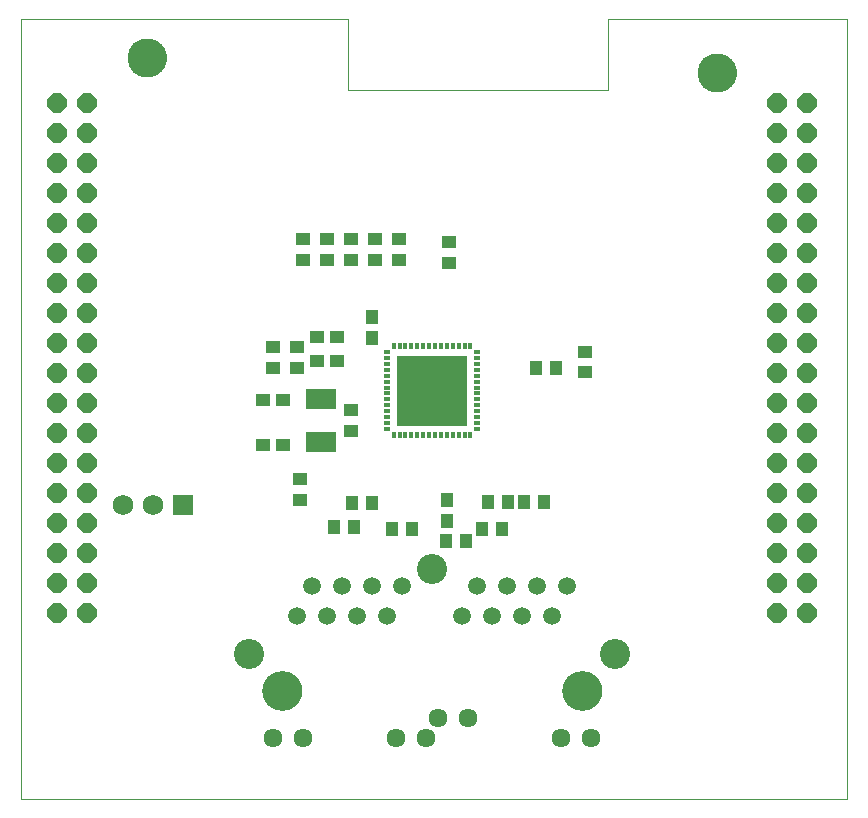
<source format=gts>
G75*
%MOIN*%
%OFA0B0*%
%FSLAX25Y25*%
%IPPOS*%
%LPD*%
%AMOC8*
5,1,8,0,0,1.08239X$1,22.5*
%
%ADD10C,0.00000*%
%ADD11C,0.12998*%
%ADD12R,0.04731X0.04337*%
%ADD13R,0.04337X0.04731*%
%ADD14R,0.06900X0.06900*%
%ADD15C,0.06900*%
%ADD16OC8,0.06400*%
%ADD17R,0.02362X0.01181*%
%ADD18R,0.01181X0.02362*%
%ADD19R,0.23228X0.23228*%
%ADD20C,0.13195*%
%ADD21C,0.05943*%
%ADD22C,0.06337*%
%ADD23C,0.10026*%
%ADD24R,0.09849X0.07093*%
D10*
X0010074Y0008163D02*
X0010074Y0268006D01*
X0119129Y0268006D01*
X0119129Y0244384D01*
X0205743Y0244384D01*
X0205743Y0268006D01*
X0285665Y0268006D01*
X0285665Y0008163D01*
X0010074Y0008163D01*
X0090802Y0044163D02*
X0090804Y0044323D01*
X0090810Y0044482D01*
X0090820Y0044641D01*
X0090834Y0044800D01*
X0090852Y0044959D01*
X0090873Y0045117D01*
X0090899Y0045274D01*
X0090929Y0045431D01*
X0090962Y0045587D01*
X0091000Y0045742D01*
X0091041Y0045896D01*
X0091086Y0046049D01*
X0091135Y0046201D01*
X0091188Y0046351D01*
X0091244Y0046500D01*
X0091304Y0046648D01*
X0091368Y0046794D01*
X0091436Y0046939D01*
X0091507Y0047082D01*
X0091581Y0047223D01*
X0091659Y0047362D01*
X0091741Y0047499D01*
X0091826Y0047634D01*
X0091914Y0047767D01*
X0092005Y0047898D01*
X0092100Y0048026D01*
X0092198Y0048152D01*
X0092299Y0048276D01*
X0092403Y0048396D01*
X0092510Y0048515D01*
X0092620Y0048630D01*
X0092733Y0048743D01*
X0092848Y0048853D01*
X0092967Y0048960D01*
X0093087Y0049064D01*
X0093211Y0049165D01*
X0093337Y0049263D01*
X0093465Y0049358D01*
X0093596Y0049449D01*
X0093729Y0049537D01*
X0093864Y0049622D01*
X0094001Y0049704D01*
X0094140Y0049782D01*
X0094281Y0049856D01*
X0094424Y0049927D01*
X0094569Y0049995D01*
X0094715Y0050059D01*
X0094863Y0050119D01*
X0095012Y0050175D01*
X0095162Y0050228D01*
X0095314Y0050277D01*
X0095467Y0050322D01*
X0095621Y0050363D01*
X0095776Y0050401D01*
X0095932Y0050434D01*
X0096089Y0050464D01*
X0096246Y0050490D01*
X0096404Y0050511D01*
X0096563Y0050529D01*
X0096722Y0050543D01*
X0096881Y0050553D01*
X0097040Y0050559D01*
X0097200Y0050561D01*
X0097360Y0050559D01*
X0097519Y0050553D01*
X0097678Y0050543D01*
X0097837Y0050529D01*
X0097996Y0050511D01*
X0098154Y0050490D01*
X0098311Y0050464D01*
X0098468Y0050434D01*
X0098624Y0050401D01*
X0098779Y0050363D01*
X0098933Y0050322D01*
X0099086Y0050277D01*
X0099238Y0050228D01*
X0099388Y0050175D01*
X0099537Y0050119D01*
X0099685Y0050059D01*
X0099831Y0049995D01*
X0099976Y0049927D01*
X0100119Y0049856D01*
X0100260Y0049782D01*
X0100399Y0049704D01*
X0100536Y0049622D01*
X0100671Y0049537D01*
X0100804Y0049449D01*
X0100935Y0049358D01*
X0101063Y0049263D01*
X0101189Y0049165D01*
X0101313Y0049064D01*
X0101433Y0048960D01*
X0101552Y0048853D01*
X0101667Y0048743D01*
X0101780Y0048630D01*
X0101890Y0048515D01*
X0101997Y0048396D01*
X0102101Y0048276D01*
X0102202Y0048152D01*
X0102300Y0048026D01*
X0102395Y0047898D01*
X0102486Y0047767D01*
X0102574Y0047634D01*
X0102659Y0047499D01*
X0102741Y0047362D01*
X0102819Y0047223D01*
X0102893Y0047082D01*
X0102964Y0046939D01*
X0103032Y0046794D01*
X0103096Y0046648D01*
X0103156Y0046500D01*
X0103212Y0046351D01*
X0103265Y0046201D01*
X0103314Y0046049D01*
X0103359Y0045896D01*
X0103400Y0045742D01*
X0103438Y0045587D01*
X0103471Y0045431D01*
X0103501Y0045274D01*
X0103527Y0045117D01*
X0103548Y0044959D01*
X0103566Y0044800D01*
X0103580Y0044641D01*
X0103590Y0044482D01*
X0103596Y0044323D01*
X0103598Y0044163D01*
X0103596Y0044003D01*
X0103590Y0043844D01*
X0103580Y0043685D01*
X0103566Y0043526D01*
X0103548Y0043367D01*
X0103527Y0043209D01*
X0103501Y0043052D01*
X0103471Y0042895D01*
X0103438Y0042739D01*
X0103400Y0042584D01*
X0103359Y0042430D01*
X0103314Y0042277D01*
X0103265Y0042125D01*
X0103212Y0041975D01*
X0103156Y0041826D01*
X0103096Y0041678D01*
X0103032Y0041532D01*
X0102964Y0041387D01*
X0102893Y0041244D01*
X0102819Y0041103D01*
X0102741Y0040964D01*
X0102659Y0040827D01*
X0102574Y0040692D01*
X0102486Y0040559D01*
X0102395Y0040428D01*
X0102300Y0040300D01*
X0102202Y0040174D01*
X0102101Y0040050D01*
X0101997Y0039930D01*
X0101890Y0039811D01*
X0101780Y0039696D01*
X0101667Y0039583D01*
X0101552Y0039473D01*
X0101433Y0039366D01*
X0101313Y0039262D01*
X0101189Y0039161D01*
X0101063Y0039063D01*
X0100935Y0038968D01*
X0100804Y0038877D01*
X0100671Y0038789D01*
X0100536Y0038704D01*
X0100399Y0038622D01*
X0100260Y0038544D01*
X0100119Y0038470D01*
X0099976Y0038399D01*
X0099831Y0038331D01*
X0099685Y0038267D01*
X0099537Y0038207D01*
X0099388Y0038151D01*
X0099238Y0038098D01*
X0099086Y0038049D01*
X0098933Y0038004D01*
X0098779Y0037963D01*
X0098624Y0037925D01*
X0098468Y0037892D01*
X0098311Y0037862D01*
X0098154Y0037836D01*
X0097996Y0037815D01*
X0097837Y0037797D01*
X0097678Y0037783D01*
X0097519Y0037773D01*
X0097360Y0037767D01*
X0097200Y0037765D01*
X0097040Y0037767D01*
X0096881Y0037773D01*
X0096722Y0037783D01*
X0096563Y0037797D01*
X0096404Y0037815D01*
X0096246Y0037836D01*
X0096089Y0037862D01*
X0095932Y0037892D01*
X0095776Y0037925D01*
X0095621Y0037963D01*
X0095467Y0038004D01*
X0095314Y0038049D01*
X0095162Y0038098D01*
X0095012Y0038151D01*
X0094863Y0038207D01*
X0094715Y0038267D01*
X0094569Y0038331D01*
X0094424Y0038399D01*
X0094281Y0038470D01*
X0094140Y0038544D01*
X0094001Y0038622D01*
X0093864Y0038704D01*
X0093729Y0038789D01*
X0093596Y0038877D01*
X0093465Y0038968D01*
X0093337Y0039063D01*
X0093211Y0039161D01*
X0093087Y0039262D01*
X0092967Y0039366D01*
X0092848Y0039473D01*
X0092733Y0039583D01*
X0092620Y0039696D01*
X0092510Y0039811D01*
X0092403Y0039930D01*
X0092299Y0040050D01*
X0092198Y0040174D01*
X0092100Y0040300D01*
X0092005Y0040428D01*
X0091914Y0040559D01*
X0091826Y0040692D01*
X0091741Y0040827D01*
X0091659Y0040964D01*
X0091581Y0041103D01*
X0091507Y0041244D01*
X0091436Y0041387D01*
X0091368Y0041532D01*
X0091304Y0041678D01*
X0091244Y0041826D01*
X0091188Y0041975D01*
X0091135Y0042125D01*
X0091086Y0042277D01*
X0091041Y0042430D01*
X0091000Y0042584D01*
X0090962Y0042739D01*
X0090929Y0042895D01*
X0090899Y0043052D01*
X0090873Y0043209D01*
X0090852Y0043367D01*
X0090834Y0043526D01*
X0090820Y0043685D01*
X0090810Y0043844D01*
X0090804Y0044003D01*
X0090802Y0044163D01*
X0190802Y0044163D02*
X0190804Y0044323D01*
X0190810Y0044482D01*
X0190820Y0044641D01*
X0190834Y0044800D01*
X0190852Y0044959D01*
X0190873Y0045117D01*
X0190899Y0045274D01*
X0190929Y0045431D01*
X0190962Y0045587D01*
X0191000Y0045742D01*
X0191041Y0045896D01*
X0191086Y0046049D01*
X0191135Y0046201D01*
X0191188Y0046351D01*
X0191244Y0046500D01*
X0191304Y0046648D01*
X0191368Y0046794D01*
X0191436Y0046939D01*
X0191507Y0047082D01*
X0191581Y0047223D01*
X0191659Y0047362D01*
X0191741Y0047499D01*
X0191826Y0047634D01*
X0191914Y0047767D01*
X0192005Y0047898D01*
X0192100Y0048026D01*
X0192198Y0048152D01*
X0192299Y0048276D01*
X0192403Y0048396D01*
X0192510Y0048515D01*
X0192620Y0048630D01*
X0192733Y0048743D01*
X0192848Y0048853D01*
X0192967Y0048960D01*
X0193087Y0049064D01*
X0193211Y0049165D01*
X0193337Y0049263D01*
X0193465Y0049358D01*
X0193596Y0049449D01*
X0193729Y0049537D01*
X0193864Y0049622D01*
X0194001Y0049704D01*
X0194140Y0049782D01*
X0194281Y0049856D01*
X0194424Y0049927D01*
X0194569Y0049995D01*
X0194715Y0050059D01*
X0194863Y0050119D01*
X0195012Y0050175D01*
X0195162Y0050228D01*
X0195314Y0050277D01*
X0195467Y0050322D01*
X0195621Y0050363D01*
X0195776Y0050401D01*
X0195932Y0050434D01*
X0196089Y0050464D01*
X0196246Y0050490D01*
X0196404Y0050511D01*
X0196563Y0050529D01*
X0196722Y0050543D01*
X0196881Y0050553D01*
X0197040Y0050559D01*
X0197200Y0050561D01*
X0197360Y0050559D01*
X0197519Y0050553D01*
X0197678Y0050543D01*
X0197837Y0050529D01*
X0197996Y0050511D01*
X0198154Y0050490D01*
X0198311Y0050464D01*
X0198468Y0050434D01*
X0198624Y0050401D01*
X0198779Y0050363D01*
X0198933Y0050322D01*
X0199086Y0050277D01*
X0199238Y0050228D01*
X0199388Y0050175D01*
X0199537Y0050119D01*
X0199685Y0050059D01*
X0199831Y0049995D01*
X0199976Y0049927D01*
X0200119Y0049856D01*
X0200260Y0049782D01*
X0200399Y0049704D01*
X0200536Y0049622D01*
X0200671Y0049537D01*
X0200804Y0049449D01*
X0200935Y0049358D01*
X0201063Y0049263D01*
X0201189Y0049165D01*
X0201313Y0049064D01*
X0201433Y0048960D01*
X0201552Y0048853D01*
X0201667Y0048743D01*
X0201780Y0048630D01*
X0201890Y0048515D01*
X0201997Y0048396D01*
X0202101Y0048276D01*
X0202202Y0048152D01*
X0202300Y0048026D01*
X0202395Y0047898D01*
X0202486Y0047767D01*
X0202574Y0047634D01*
X0202659Y0047499D01*
X0202741Y0047362D01*
X0202819Y0047223D01*
X0202893Y0047082D01*
X0202964Y0046939D01*
X0203032Y0046794D01*
X0203096Y0046648D01*
X0203156Y0046500D01*
X0203212Y0046351D01*
X0203265Y0046201D01*
X0203314Y0046049D01*
X0203359Y0045896D01*
X0203400Y0045742D01*
X0203438Y0045587D01*
X0203471Y0045431D01*
X0203501Y0045274D01*
X0203527Y0045117D01*
X0203548Y0044959D01*
X0203566Y0044800D01*
X0203580Y0044641D01*
X0203590Y0044482D01*
X0203596Y0044323D01*
X0203598Y0044163D01*
X0203596Y0044003D01*
X0203590Y0043844D01*
X0203580Y0043685D01*
X0203566Y0043526D01*
X0203548Y0043367D01*
X0203527Y0043209D01*
X0203501Y0043052D01*
X0203471Y0042895D01*
X0203438Y0042739D01*
X0203400Y0042584D01*
X0203359Y0042430D01*
X0203314Y0042277D01*
X0203265Y0042125D01*
X0203212Y0041975D01*
X0203156Y0041826D01*
X0203096Y0041678D01*
X0203032Y0041532D01*
X0202964Y0041387D01*
X0202893Y0041244D01*
X0202819Y0041103D01*
X0202741Y0040964D01*
X0202659Y0040827D01*
X0202574Y0040692D01*
X0202486Y0040559D01*
X0202395Y0040428D01*
X0202300Y0040300D01*
X0202202Y0040174D01*
X0202101Y0040050D01*
X0201997Y0039930D01*
X0201890Y0039811D01*
X0201780Y0039696D01*
X0201667Y0039583D01*
X0201552Y0039473D01*
X0201433Y0039366D01*
X0201313Y0039262D01*
X0201189Y0039161D01*
X0201063Y0039063D01*
X0200935Y0038968D01*
X0200804Y0038877D01*
X0200671Y0038789D01*
X0200536Y0038704D01*
X0200399Y0038622D01*
X0200260Y0038544D01*
X0200119Y0038470D01*
X0199976Y0038399D01*
X0199831Y0038331D01*
X0199685Y0038267D01*
X0199537Y0038207D01*
X0199388Y0038151D01*
X0199238Y0038098D01*
X0199086Y0038049D01*
X0198933Y0038004D01*
X0198779Y0037963D01*
X0198624Y0037925D01*
X0198468Y0037892D01*
X0198311Y0037862D01*
X0198154Y0037836D01*
X0197996Y0037815D01*
X0197837Y0037797D01*
X0197678Y0037783D01*
X0197519Y0037773D01*
X0197360Y0037767D01*
X0197200Y0037765D01*
X0197040Y0037767D01*
X0196881Y0037773D01*
X0196722Y0037783D01*
X0196563Y0037797D01*
X0196404Y0037815D01*
X0196246Y0037836D01*
X0196089Y0037862D01*
X0195932Y0037892D01*
X0195776Y0037925D01*
X0195621Y0037963D01*
X0195467Y0038004D01*
X0195314Y0038049D01*
X0195162Y0038098D01*
X0195012Y0038151D01*
X0194863Y0038207D01*
X0194715Y0038267D01*
X0194569Y0038331D01*
X0194424Y0038399D01*
X0194281Y0038470D01*
X0194140Y0038544D01*
X0194001Y0038622D01*
X0193864Y0038704D01*
X0193729Y0038789D01*
X0193596Y0038877D01*
X0193465Y0038968D01*
X0193337Y0039063D01*
X0193211Y0039161D01*
X0193087Y0039262D01*
X0192967Y0039366D01*
X0192848Y0039473D01*
X0192733Y0039583D01*
X0192620Y0039696D01*
X0192510Y0039811D01*
X0192403Y0039930D01*
X0192299Y0040050D01*
X0192198Y0040174D01*
X0192100Y0040300D01*
X0192005Y0040428D01*
X0191914Y0040559D01*
X0191826Y0040692D01*
X0191741Y0040827D01*
X0191659Y0040964D01*
X0191581Y0041103D01*
X0191507Y0041244D01*
X0191436Y0041387D01*
X0191368Y0041532D01*
X0191304Y0041678D01*
X0191244Y0041826D01*
X0191188Y0041975D01*
X0191135Y0042125D01*
X0191086Y0042277D01*
X0191041Y0042430D01*
X0191000Y0042584D01*
X0190962Y0042739D01*
X0190929Y0042895D01*
X0190899Y0043052D01*
X0190873Y0043209D01*
X0190852Y0043367D01*
X0190834Y0043526D01*
X0190820Y0043685D01*
X0190810Y0043844D01*
X0190804Y0044003D01*
X0190802Y0044163D01*
X0235901Y0250163D02*
X0235903Y0250321D01*
X0235909Y0250479D01*
X0235919Y0250637D01*
X0235933Y0250795D01*
X0235951Y0250952D01*
X0235972Y0251109D01*
X0235998Y0251265D01*
X0236028Y0251421D01*
X0236061Y0251576D01*
X0236099Y0251729D01*
X0236140Y0251882D01*
X0236185Y0252034D01*
X0236234Y0252185D01*
X0236287Y0252334D01*
X0236343Y0252482D01*
X0236403Y0252628D01*
X0236467Y0252773D01*
X0236535Y0252916D01*
X0236606Y0253058D01*
X0236680Y0253198D01*
X0236758Y0253335D01*
X0236840Y0253471D01*
X0236924Y0253605D01*
X0237013Y0253736D01*
X0237104Y0253865D01*
X0237199Y0253992D01*
X0237296Y0254117D01*
X0237397Y0254239D01*
X0237501Y0254358D01*
X0237608Y0254475D01*
X0237718Y0254589D01*
X0237831Y0254700D01*
X0237946Y0254809D01*
X0238064Y0254914D01*
X0238185Y0255016D01*
X0238308Y0255116D01*
X0238434Y0255212D01*
X0238562Y0255305D01*
X0238692Y0255395D01*
X0238825Y0255481D01*
X0238960Y0255565D01*
X0239096Y0255644D01*
X0239235Y0255721D01*
X0239376Y0255793D01*
X0239518Y0255863D01*
X0239662Y0255928D01*
X0239808Y0255990D01*
X0239955Y0256048D01*
X0240104Y0256103D01*
X0240254Y0256154D01*
X0240405Y0256201D01*
X0240557Y0256244D01*
X0240710Y0256283D01*
X0240865Y0256319D01*
X0241020Y0256350D01*
X0241176Y0256378D01*
X0241332Y0256402D01*
X0241489Y0256422D01*
X0241647Y0256438D01*
X0241804Y0256450D01*
X0241963Y0256458D01*
X0242121Y0256462D01*
X0242279Y0256462D01*
X0242437Y0256458D01*
X0242596Y0256450D01*
X0242753Y0256438D01*
X0242911Y0256422D01*
X0243068Y0256402D01*
X0243224Y0256378D01*
X0243380Y0256350D01*
X0243535Y0256319D01*
X0243690Y0256283D01*
X0243843Y0256244D01*
X0243995Y0256201D01*
X0244146Y0256154D01*
X0244296Y0256103D01*
X0244445Y0256048D01*
X0244592Y0255990D01*
X0244738Y0255928D01*
X0244882Y0255863D01*
X0245024Y0255793D01*
X0245165Y0255721D01*
X0245304Y0255644D01*
X0245440Y0255565D01*
X0245575Y0255481D01*
X0245708Y0255395D01*
X0245838Y0255305D01*
X0245966Y0255212D01*
X0246092Y0255116D01*
X0246215Y0255016D01*
X0246336Y0254914D01*
X0246454Y0254809D01*
X0246569Y0254700D01*
X0246682Y0254589D01*
X0246792Y0254475D01*
X0246899Y0254358D01*
X0247003Y0254239D01*
X0247104Y0254117D01*
X0247201Y0253992D01*
X0247296Y0253865D01*
X0247387Y0253736D01*
X0247476Y0253605D01*
X0247560Y0253471D01*
X0247642Y0253335D01*
X0247720Y0253198D01*
X0247794Y0253058D01*
X0247865Y0252916D01*
X0247933Y0252773D01*
X0247997Y0252628D01*
X0248057Y0252482D01*
X0248113Y0252334D01*
X0248166Y0252185D01*
X0248215Y0252034D01*
X0248260Y0251882D01*
X0248301Y0251729D01*
X0248339Y0251576D01*
X0248372Y0251421D01*
X0248402Y0251265D01*
X0248428Y0251109D01*
X0248449Y0250952D01*
X0248467Y0250795D01*
X0248481Y0250637D01*
X0248491Y0250479D01*
X0248497Y0250321D01*
X0248499Y0250163D01*
X0248497Y0250005D01*
X0248491Y0249847D01*
X0248481Y0249689D01*
X0248467Y0249531D01*
X0248449Y0249374D01*
X0248428Y0249217D01*
X0248402Y0249061D01*
X0248372Y0248905D01*
X0248339Y0248750D01*
X0248301Y0248597D01*
X0248260Y0248444D01*
X0248215Y0248292D01*
X0248166Y0248141D01*
X0248113Y0247992D01*
X0248057Y0247844D01*
X0247997Y0247698D01*
X0247933Y0247553D01*
X0247865Y0247410D01*
X0247794Y0247268D01*
X0247720Y0247128D01*
X0247642Y0246991D01*
X0247560Y0246855D01*
X0247476Y0246721D01*
X0247387Y0246590D01*
X0247296Y0246461D01*
X0247201Y0246334D01*
X0247104Y0246209D01*
X0247003Y0246087D01*
X0246899Y0245968D01*
X0246792Y0245851D01*
X0246682Y0245737D01*
X0246569Y0245626D01*
X0246454Y0245517D01*
X0246336Y0245412D01*
X0246215Y0245310D01*
X0246092Y0245210D01*
X0245966Y0245114D01*
X0245838Y0245021D01*
X0245708Y0244931D01*
X0245575Y0244845D01*
X0245440Y0244761D01*
X0245304Y0244682D01*
X0245165Y0244605D01*
X0245024Y0244533D01*
X0244882Y0244463D01*
X0244738Y0244398D01*
X0244592Y0244336D01*
X0244445Y0244278D01*
X0244296Y0244223D01*
X0244146Y0244172D01*
X0243995Y0244125D01*
X0243843Y0244082D01*
X0243690Y0244043D01*
X0243535Y0244007D01*
X0243380Y0243976D01*
X0243224Y0243948D01*
X0243068Y0243924D01*
X0242911Y0243904D01*
X0242753Y0243888D01*
X0242596Y0243876D01*
X0242437Y0243868D01*
X0242279Y0243864D01*
X0242121Y0243864D01*
X0241963Y0243868D01*
X0241804Y0243876D01*
X0241647Y0243888D01*
X0241489Y0243904D01*
X0241332Y0243924D01*
X0241176Y0243948D01*
X0241020Y0243976D01*
X0240865Y0244007D01*
X0240710Y0244043D01*
X0240557Y0244082D01*
X0240405Y0244125D01*
X0240254Y0244172D01*
X0240104Y0244223D01*
X0239955Y0244278D01*
X0239808Y0244336D01*
X0239662Y0244398D01*
X0239518Y0244463D01*
X0239376Y0244533D01*
X0239235Y0244605D01*
X0239096Y0244682D01*
X0238960Y0244761D01*
X0238825Y0244845D01*
X0238692Y0244931D01*
X0238562Y0245021D01*
X0238434Y0245114D01*
X0238308Y0245210D01*
X0238185Y0245310D01*
X0238064Y0245412D01*
X0237946Y0245517D01*
X0237831Y0245626D01*
X0237718Y0245737D01*
X0237608Y0245851D01*
X0237501Y0245968D01*
X0237397Y0246087D01*
X0237296Y0246209D01*
X0237199Y0246334D01*
X0237104Y0246461D01*
X0237013Y0246590D01*
X0236924Y0246721D01*
X0236840Y0246855D01*
X0236758Y0246991D01*
X0236680Y0247128D01*
X0236606Y0247268D01*
X0236535Y0247410D01*
X0236467Y0247553D01*
X0236403Y0247698D01*
X0236343Y0247844D01*
X0236287Y0247992D01*
X0236234Y0248141D01*
X0236185Y0248292D01*
X0236140Y0248444D01*
X0236099Y0248597D01*
X0236061Y0248750D01*
X0236028Y0248905D01*
X0235998Y0249061D01*
X0235972Y0249217D01*
X0235951Y0249374D01*
X0235933Y0249531D01*
X0235919Y0249689D01*
X0235909Y0249847D01*
X0235903Y0250005D01*
X0235901Y0250163D01*
X0045901Y0255163D02*
X0045903Y0255321D01*
X0045909Y0255479D01*
X0045919Y0255637D01*
X0045933Y0255795D01*
X0045951Y0255952D01*
X0045972Y0256109D01*
X0045998Y0256265D01*
X0046028Y0256421D01*
X0046061Y0256576D01*
X0046099Y0256729D01*
X0046140Y0256882D01*
X0046185Y0257034D01*
X0046234Y0257185D01*
X0046287Y0257334D01*
X0046343Y0257482D01*
X0046403Y0257628D01*
X0046467Y0257773D01*
X0046535Y0257916D01*
X0046606Y0258058D01*
X0046680Y0258198D01*
X0046758Y0258335D01*
X0046840Y0258471D01*
X0046924Y0258605D01*
X0047013Y0258736D01*
X0047104Y0258865D01*
X0047199Y0258992D01*
X0047296Y0259117D01*
X0047397Y0259239D01*
X0047501Y0259358D01*
X0047608Y0259475D01*
X0047718Y0259589D01*
X0047831Y0259700D01*
X0047946Y0259809D01*
X0048064Y0259914D01*
X0048185Y0260016D01*
X0048308Y0260116D01*
X0048434Y0260212D01*
X0048562Y0260305D01*
X0048692Y0260395D01*
X0048825Y0260481D01*
X0048960Y0260565D01*
X0049096Y0260644D01*
X0049235Y0260721D01*
X0049376Y0260793D01*
X0049518Y0260863D01*
X0049662Y0260928D01*
X0049808Y0260990D01*
X0049955Y0261048D01*
X0050104Y0261103D01*
X0050254Y0261154D01*
X0050405Y0261201D01*
X0050557Y0261244D01*
X0050710Y0261283D01*
X0050865Y0261319D01*
X0051020Y0261350D01*
X0051176Y0261378D01*
X0051332Y0261402D01*
X0051489Y0261422D01*
X0051647Y0261438D01*
X0051804Y0261450D01*
X0051963Y0261458D01*
X0052121Y0261462D01*
X0052279Y0261462D01*
X0052437Y0261458D01*
X0052596Y0261450D01*
X0052753Y0261438D01*
X0052911Y0261422D01*
X0053068Y0261402D01*
X0053224Y0261378D01*
X0053380Y0261350D01*
X0053535Y0261319D01*
X0053690Y0261283D01*
X0053843Y0261244D01*
X0053995Y0261201D01*
X0054146Y0261154D01*
X0054296Y0261103D01*
X0054445Y0261048D01*
X0054592Y0260990D01*
X0054738Y0260928D01*
X0054882Y0260863D01*
X0055024Y0260793D01*
X0055165Y0260721D01*
X0055304Y0260644D01*
X0055440Y0260565D01*
X0055575Y0260481D01*
X0055708Y0260395D01*
X0055838Y0260305D01*
X0055966Y0260212D01*
X0056092Y0260116D01*
X0056215Y0260016D01*
X0056336Y0259914D01*
X0056454Y0259809D01*
X0056569Y0259700D01*
X0056682Y0259589D01*
X0056792Y0259475D01*
X0056899Y0259358D01*
X0057003Y0259239D01*
X0057104Y0259117D01*
X0057201Y0258992D01*
X0057296Y0258865D01*
X0057387Y0258736D01*
X0057476Y0258605D01*
X0057560Y0258471D01*
X0057642Y0258335D01*
X0057720Y0258198D01*
X0057794Y0258058D01*
X0057865Y0257916D01*
X0057933Y0257773D01*
X0057997Y0257628D01*
X0058057Y0257482D01*
X0058113Y0257334D01*
X0058166Y0257185D01*
X0058215Y0257034D01*
X0058260Y0256882D01*
X0058301Y0256729D01*
X0058339Y0256576D01*
X0058372Y0256421D01*
X0058402Y0256265D01*
X0058428Y0256109D01*
X0058449Y0255952D01*
X0058467Y0255795D01*
X0058481Y0255637D01*
X0058491Y0255479D01*
X0058497Y0255321D01*
X0058499Y0255163D01*
X0058497Y0255005D01*
X0058491Y0254847D01*
X0058481Y0254689D01*
X0058467Y0254531D01*
X0058449Y0254374D01*
X0058428Y0254217D01*
X0058402Y0254061D01*
X0058372Y0253905D01*
X0058339Y0253750D01*
X0058301Y0253597D01*
X0058260Y0253444D01*
X0058215Y0253292D01*
X0058166Y0253141D01*
X0058113Y0252992D01*
X0058057Y0252844D01*
X0057997Y0252698D01*
X0057933Y0252553D01*
X0057865Y0252410D01*
X0057794Y0252268D01*
X0057720Y0252128D01*
X0057642Y0251991D01*
X0057560Y0251855D01*
X0057476Y0251721D01*
X0057387Y0251590D01*
X0057296Y0251461D01*
X0057201Y0251334D01*
X0057104Y0251209D01*
X0057003Y0251087D01*
X0056899Y0250968D01*
X0056792Y0250851D01*
X0056682Y0250737D01*
X0056569Y0250626D01*
X0056454Y0250517D01*
X0056336Y0250412D01*
X0056215Y0250310D01*
X0056092Y0250210D01*
X0055966Y0250114D01*
X0055838Y0250021D01*
X0055708Y0249931D01*
X0055575Y0249845D01*
X0055440Y0249761D01*
X0055304Y0249682D01*
X0055165Y0249605D01*
X0055024Y0249533D01*
X0054882Y0249463D01*
X0054738Y0249398D01*
X0054592Y0249336D01*
X0054445Y0249278D01*
X0054296Y0249223D01*
X0054146Y0249172D01*
X0053995Y0249125D01*
X0053843Y0249082D01*
X0053690Y0249043D01*
X0053535Y0249007D01*
X0053380Y0248976D01*
X0053224Y0248948D01*
X0053068Y0248924D01*
X0052911Y0248904D01*
X0052753Y0248888D01*
X0052596Y0248876D01*
X0052437Y0248868D01*
X0052279Y0248864D01*
X0052121Y0248864D01*
X0051963Y0248868D01*
X0051804Y0248876D01*
X0051647Y0248888D01*
X0051489Y0248904D01*
X0051332Y0248924D01*
X0051176Y0248948D01*
X0051020Y0248976D01*
X0050865Y0249007D01*
X0050710Y0249043D01*
X0050557Y0249082D01*
X0050405Y0249125D01*
X0050254Y0249172D01*
X0050104Y0249223D01*
X0049955Y0249278D01*
X0049808Y0249336D01*
X0049662Y0249398D01*
X0049518Y0249463D01*
X0049376Y0249533D01*
X0049235Y0249605D01*
X0049096Y0249682D01*
X0048960Y0249761D01*
X0048825Y0249845D01*
X0048692Y0249931D01*
X0048562Y0250021D01*
X0048434Y0250114D01*
X0048308Y0250210D01*
X0048185Y0250310D01*
X0048064Y0250412D01*
X0047946Y0250517D01*
X0047831Y0250626D01*
X0047718Y0250737D01*
X0047608Y0250851D01*
X0047501Y0250968D01*
X0047397Y0251087D01*
X0047296Y0251209D01*
X0047199Y0251334D01*
X0047104Y0251461D01*
X0047013Y0251590D01*
X0046924Y0251721D01*
X0046840Y0251855D01*
X0046758Y0251991D01*
X0046680Y0252128D01*
X0046606Y0252268D01*
X0046535Y0252410D01*
X0046467Y0252553D01*
X0046403Y0252698D01*
X0046343Y0252844D01*
X0046287Y0252992D01*
X0046234Y0253141D01*
X0046185Y0253292D01*
X0046140Y0253444D01*
X0046099Y0253597D01*
X0046061Y0253750D01*
X0046028Y0253905D01*
X0045998Y0254061D01*
X0045972Y0254217D01*
X0045951Y0254374D01*
X0045933Y0254531D01*
X0045919Y0254689D01*
X0045909Y0254847D01*
X0045903Y0255005D01*
X0045901Y0255163D01*
D11*
X0052200Y0255163D03*
X0242200Y0250163D03*
D12*
X0152700Y0193510D03*
X0152700Y0186817D03*
X0136200Y0187817D03*
X0136200Y0194510D03*
X0128200Y0194510D03*
X0128200Y0187817D03*
X0120200Y0187817D03*
X0120200Y0194510D03*
X0112200Y0194510D03*
X0112200Y0187817D03*
X0104200Y0187817D03*
X0104200Y0194510D03*
X0108854Y0162163D03*
X0115546Y0162163D03*
X0115546Y0154163D03*
X0108854Y0154163D03*
X0102200Y0151817D03*
X0102200Y0158510D03*
X0094200Y0158510D03*
X0094200Y0151817D03*
X0090854Y0141163D03*
X0097546Y0141163D03*
X0097546Y0126163D03*
X0090854Y0126163D03*
X0103200Y0114510D03*
X0103200Y0107817D03*
X0120200Y0130817D03*
X0120200Y0137510D03*
X0198200Y0150317D03*
X0198200Y0157010D03*
D13*
X0188546Y0151663D03*
X0181854Y0151663D03*
X0184546Y0107163D03*
X0177854Y0107163D03*
X0172546Y0107163D03*
X0165854Y0107163D03*
X0163854Y0098163D03*
X0158546Y0094163D03*
X0151854Y0094163D03*
X0152200Y0100817D03*
X0152200Y0107510D03*
X0140546Y0098163D03*
X0133854Y0098163D03*
X0127046Y0106663D03*
X0120354Y0106663D03*
X0121046Y0098663D03*
X0114354Y0098663D03*
X0170546Y0098163D03*
X0127200Y0161817D03*
X0127200Y0168510D03*
D14*
X0064200Y0106163D03*
D15*
X0054200Y0106163D03*
X0044200Y0106163D03*
D16*
X0032200Y0110163D03*
X0032200Y0100163D03*
X0022200Y0100163D03*
X0022200Y0110163D03*
X0022200Y0120163D03*
X0032200Y0120163D03*
X0032200Y0130163D03*
X0022200Y0130163D03*
X0022200Y0140163D03*
X0032200Y0140163D03*
X0032200Y0150163D03*
X0022200Y0150163D03*
X0022200Y0160163D03*
X0032200Y0160163D03*
X0032200Y0170163D03*
X0022200Y0170163D03*
X0022200Y0180163D03*
X0032200Y0180163D03*
X0032200Y0190163D03*
X0022200Y0190163D03*
X0022200Y0200163D03*
X0032200Y0200163D03*
X0032200Y0210163D03*
X0022200Y0210163D03*
X0022200Y0220163D03*
X0032200Y0220163D03*
X0032200Y0230163D03*
X0022200Y0230163D03*
X0022200Y0240163D03*
X0032200Y0240163D03*
X0032200Y0090163D03*
X0022200Y0090163D03*
X0022200Y0080163D03*
X0032200Y0080163D03*
X0032200Y0070163D03*
X0022200Y0070163D03*
X0262200Y0070163D03*
X0272200Y0070163D03*
X0272200Y0080163D03*
X0262200Y0080163D03*
X0262200Y0090163D03*
X0272200Y0090163D03*
X0272200Y0100163D03*
X0262200Y0100163D03*
X0262200Y0110163D03*
X0272200Y0110163D03*
X0272200Y0120163D03*
X0262200Y0120163D03*
X0262200Y0130163D03*
X0272200Y0130163D03*
X0272200Y0140163D03*
X0262200Y0140163D03*
X0262200Y0150163D03*
X0272200Y0150163D03*
X0272200Y0160163D03*
X0262200Y0160163D03*
X0262200Y0170163D03*
X0272200Y0170163D03*
X0272200Y0180163D03*
X0262200Y0180163D03*
X0262200Y0190163D03*
X0272200Y0190163D03*
X0272200Y0200163D03*
X0262200Y0200163D03*
X0262200Y0210163D03*
X0272200Y0210163D03*
X0272200Y0220163D03*
X0262200Y0220163D03*
X0262200Y0230163D03*
X0272200Y0230163D03*
X0272200Y0240163D03*
X0262200Y0240163D03*
D17*
X0162161Y0156959D03*
X0162161Y0154990D03*
X0162161Y0153022D03*
X0162161Y0151053D03*
X0162161Y0149085D03*
X0162161Y0147116D03*
X0162161Y0145148D03*
X0162161Y0143179D03*
X0162161Y0141211D03*
X0162161Y0139242D03*
X0162161Y0137274D03*
X0162161Y0135305D03*
X0162161Y0133337D03*
X0162161Y0131368D03*
X0132239Y0131368D03*
X0132239Y0133337D03*
X0132239Y0135305D03*
X0132239Y0137274D03*
X0132239Y0139242D03*
X0132239Y0141211D03*
X0132239Y0143179D03*
X0132239Y0145148D03*
X0132239Y0147116D03*
X0132239Y0149085D03*
X0132239Y0151053D03*
X0132239Y0153022D03*
X0132239Y0154990D03*
X0132239Y0156959D03*
D18*
X0134405Y0159124D03*
X0136373Y0159124D03*
X0138342Y0159124D03*
X0140310Y0159124D03*
X0142279Y0159124D03*
X0144247Y0159124D03*
X0146216Y0159124D03*
X0148184Y0159124D03*
X0150153Y0159124D03*
X0152121Y0159124D03*
X0154090Y0159124D03*
X0156058Y0159124D03*
X0158027Y0159124D03*
X0159995Y0159124D03*
X0159995Y0129203D03*
X0158027Y0129203D03*
X0156058Y0129203D03*
X0154090Y0129203D03*
X0152121Y0129203D03*
X0150153Y0129203D03*
X0148184Y0129203D03*
X0146216Y0129203D03*
X0144247Y0129203D03*
X0142279Y0129203D03*
X0140310Y0129203D03*
X0138342Y0129203D03*
X0136373Y0129203D03*
X0134405Y0129203D03*
D19*
X0147200Y0144163D03*
D20*
X0097200Y0044163D03*
X0197200Y0044163D03*
D21*
X0187200Y0069163D03*
X0177200Y0069163D03*
X0167200Y0069163D03*
X0157200Y0069163D03*
X0162200Y0079163D03*
X0172200Y0079163D03*
X0182200Y0079163D03*
X0192200Y0079163D03*
X0137200Y0079163D03*
X0127200Y0079163D03*
X0117200Y0079163D03*
X0107200Y0079163D03*
X0102200Y0069163D03*
X0112200Y0069163D03*
X0122200Y0069163D03*
X0132200Y0069163D03*
D22*
X0149208Y0035148D03*
X0145192Y0028179D03*
X0135192Y0028179D03*
X0159208Y0035148D03*
X0190231Y0028179D03*
X0200231Y0028179D03*
X0104169Y0028179D03*
X0094169Y0028179D03*
D23*
X0086314Y0056171D03*
X0147200Y0084675D03*
X0208086Y0056171D03*
D24*
X0110200Y0126880D03*
X0110200Y0141447D03*
M02*

</source>
